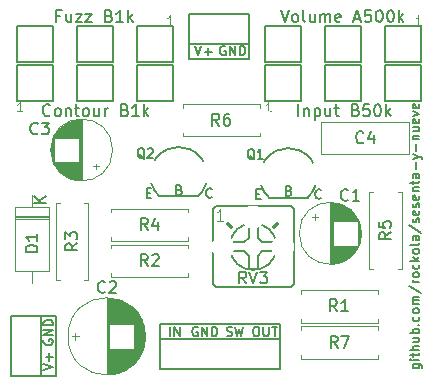
<source format=gto>
%TF.GenerationSoftware,KiCad,Pcbnew,(5.99.0-7619-gacfbcb4beb)*%
%TF.CreationDate,2020-12-17T10:45:10+02:00*%
%TF.ProjectId,sesenta-y-nueve,73657365-6e74-4612-9d79-2d6e75657665,rev?*%
%TF.SameCoordinates,Original*%
%TF.FileFunction,Legend,Top*%
%TF.FilePolarity,Positive*%
%FSLAX46Y46*%
G04 Gerber Fmt 4.6, Leading zero omitted, Abs format (unit mm)*
G04 Created by KiCad (PCBNEW (5.99.0-7619-gacfbcb4beb)) date 2020-12-17 10:45:10*
%MOMM*%
%LPD*%
G01*
G04 APERTURE LIST*
%ADD10C,0.127000*%
%ADD11C,0.150000*%
%ADD12C,0.097536*%
%ADD13C,0.081280*%
%ADD14C,0.120000*%
%ADD15C,0.152400*%
%ADD16C,0.304800*%
%ADD17R,2.540000X2.540000*%
%ADD18O,2.540000X2.540000*%
%ADD19R,1.930400X1.930400*%
%ADD20O,1.930400X1.930400*%
%ADD21C,1.600000*%
%ADD22O,1.600000X1.600000*%
%ADD23R,2.200000X2.200000*%
%ADD24O,2.200000X2.200000*%
%ADD25R,1.600000X1.600000*%
%ADD26R,1.800000X1.800000*%
%ADD27C,1.800000*%
G04 APERTURE END LIST*
D10*
X155953571Y-114027142D02*
X156601190Y-114027142D01*
X156677380Y-114064285D01*
X156715476Y-114101428D01*
X156753571Y-114175714D01*
X156753571Y-114287142D01*
X156715476Y-114361428D01*
X156448809Y-114027142D02*
X156486904Y-114101428D01*
X156486904Y-114250000D01*
X156448809Y-114324285D01*
X156410714Y-114361428D01*
X156334523Y-114398571D01*
X156105952Y-114398571D01*
X156029761Y-114361428D01*
X155991666Y-114324285D01*
X155953571Y-114250000D01*
X155953571Y-114101428D01*
X155991666Y-114027142D01*
X156486904Y-113655714D02*
X155953571Y-113655714D01*
X155686904Y-113655714D02*
X155725000Y-113692857D01*
X155763095Y-113655714D01*
X155725000Y-113618571D01*
X155686904Y-113655714D01*
X155763095Y-113655714D01*
X155953571Y-113395714D02*
X155953571Y-113098571D01*
X155686904Y-113284285D02*
X156372619Y-113284285D01*
X156448809Y-113247142D01*
X156486904Y-113172857D01*
X156486904Y-113098571D01*
X156486904Y-112838571D02*
X155686904Y-112838571D01*
X156486904Y-112504285D02*
X156067857Y-112504285D01*
X155991666Y-112541428D01*
X155953571Y-112615714D01*
X155953571Y-112727142D01*
X155991666Y-112801428D01*
X156029761Y-112838571D01*
X155953571Y-111798571D02*
X156486904Y-111798571D01*
X155953571Y-112132857D02*
X156372619Y-112132857D01*
X156448809Y-112095714D01*
X156486904Y-112021428D01*
X156486904Y-111910000D01*
X156448809Y-111835714D01*
X156410714Y-111798571D01*
X156486904Y-111427142D02*
X155686904Y-111427142D01*
X155991666Y-111427142D02*
X155953571Y-111352857D01*
X155953571Y-111204285D01*
X155991666Y-111130000D01*
X156029761Y-111092857D01*
X156105952Y-111055714D01*
X156334523Y-111055714D01*
X156410714Y-111092857D01*
X156448809Y-111130000D01*
X156486904Y-111204285D01*
X156486904Y-111352857D01*
X156448809Y-111427142D01*
X156410714Y-110721428D02*
X156448809Y-110684285D01*
X156486904Y-110721428D01*
X156448809Y-110758571D01*
X156410714Y-110721428D01*
X156486904Y-110721428D01*
X156448809Y-110015714D02*
X156486904Y-110090000D01*
X156486904Y-110238571D01*
X156448809Y-110312857D01*
X156410714Y-110350000D01*
X156334523Y-110387142D01*
X156105952Y-110387142D01*
X156029761Y-110350000D01*
X155991666Y-110312857D01*
X155953571Y-110238571D01*
X155953571Y-110090000D01*
X155991666Y-110015714D01*
X156486904Y-109570000D02*
X156448809Y-109644285D01*
X156410714Y-109681428D01*
X156334523Y-109718571D01*
X156105952Y-109718571D01*
X156029761Y-109681428D01*
X155991666Y-109644285D01*
X155953571Y-109570000D01*
X155953571Y-109458571D01*
X155991666Y-109384285D01*
X156029761Y-109347142D01*
X156105952Y-109310000D01*
X156334523Y-109310000D01*
X156410714Y-109347142D01*
X156448809Y-109384285D01*
X156486904Y-109458571D01*
X156486904Y-109570000D01*
X156486904Y-108975714D02*
X155953571Y-108975714D01*
X156029761Y-108975714D02*
X155991666Y-108938571D01*
X155953571Y-108864285D01*
X155953571Y-108752857D01*
X155991666Y-108678571D01*
X156067857Y-108641428D01*
X156486904Y-108641428D01*
X156067857Y-108641428D02*
X155991666Y-108604285D01*
X155953571Y-108530000D01*
X155953571Y-108418571D01*
X155991666Y-108344285D01*
X156067857Y-108307142D01*
X156486904Y-108307142D01*
X155648809Y-107378571D02*
X156677380Y-108047142D01*
X156486904Y-107118571D02*
X155953571Y-107118571D01*
X156105952Y-107118571D02*
X156029761Y-107081428D01*
X155991666Y-107044285D01*
X155953571Y-106970000D01*
X155953571Y-106895714D01*
X156486904Y-106524285D02*
X156448809Y-106598571D01*
X156410714Y-106635714D01*
X156334523Y-106672857D01*
X156105952Y-106672857D01*
X156029761Y-106635714D01*
X155991666Y-106598571D01*
X155953571Y-106524285D01*
X155953571Y-106412857D01*
X155991666Y-106338571D01*
X156029761Y-106301428D01*
X156105952Y-106264285D01*
X156334523Y-106264285D01*
X156410714Y-106301428D01*
X156448809Y-106338571D01*
X156486904Y-106412857D01*
X156486904Y-106524285D01*
X156448809Y-105595714D02*
X156486904Y-105670000D01*
X156486904Y-105818571D01*
X156448809Y-105892857D01*
X156410714Y-105930000D01*
X156334523Y-105967142D01*
X156105952Y-105967142D01*
X156029761Y-105930000D01*
X155991666Y-105892857D01*
X155953571Y-105818571D01*
X155953571Y-105670000D01*
X155991666Y-105595714D01*
X156486904Y-105261428D02*
X155686904Y-105261428D01*
X156182142Y-105187142D02*
X156486904Y-104964285D01*
X155953571Y-104964285D02*
X156258333Y-105261428D01*
X156486904Y-104518571D02*
X156448809Y-104592857D01*
X156410714Y-104630000D01*
X156334523Y-104667142D01*
X156105952Y-104667142D01*
X156029761Y-104630000D01*
X155991666Y-104592857D01*
X155953571Y-104518571D01*
X155953571Y-104407142D01*
X155991666Y-104332857D01*
X156029761Y-104295714D01*
X156105952Y-104258571D01*
X156334523Y-104258571D01*
X156410714Y-104295714D01*
X156448809Y-104332857D01*
X156486904Y-104407142D01*
X156486904Y-104518571D01*
X156486904Y-103812857D02*
X156448809Y-103887142D01*
X156372619Y-103924285D01*
X155686904Y-103924285D01*
X156486904Y-103181428D02*
X156067857Y-103181428D01*
X155991666Y-103218571D01*
X155953571Y-103292857D01*
X155953571Y-103441428D01*
X155991666Y-103515714D01*
X156448809Y-103181428D02*
X156486904Y-103255714D01*
X156486904Y-103441428D01*
X156448809Y-103515714D01*
X156372619Y-103552857D01*
X156296428Y-103552857D01*
X156220238Y-103515714D01*
X156182142Y-103441428D01*
X156182142Y-103255714D01*
X156144047Y-103181428D01*
X155648809Y-102252857D02*
X156677380Y-102921428D01*
X156448809Y-102030000D02*
X156486904Y-101955714D01*
X156486904Y-101807142D01*
X156448809Y-101732857D01*
X156372619Y-101695714D01*
X156334523Y-101695714D01*
X156258333Y-101732857D01*
X156220238Y-101807142D01*
X156220238Y-101918571D01*
X156182142Y-101992857D01*
X156105952Y-102030000D01*
X156067857Y-102030000D01*
X155991666Y-101992857D01*
X155953571Y-101918571D01*
X155953571Y-101807142D01*
X155991666Y-101732857D01*
X156448809Y-101064285D02*
X156486904Y-101138571D01*
X156486904Y-101287142D01*
X156448809Y-101361428D01*
X156372619Y-101398571D01*
X156067857Y-101398571D01*
X155991666Y-101361428D01*
X155953571Y-101287142D01*
X155953571Y-101138571D01*
X155991666Y-101064285D01*
X156067857Y-101027142D01*
X156144047Y-101027142D01*
X156220238Y-101398571D01*
X156448809Y-100730000D02*
X156486904Y-100655714D01*
X156486904Y-100507142D01*
X156448809Y-100432857D01*
X156372619Y-100395714D01*
X156334523Y-100395714D01*
X156258333Y-100432857D01*
X156220238Y-100507142D01*
X156220238Y-100618571D01*
X156182142Y-100692857D01*
X156105952Y-100730000D01*
X156067857Y-100730000D01*
X155991666Y-100692857D01*
X155953571Y-100618571D01*
X155953571Y-100507142D01*
X155991666Y-100432857D01*
X156448809Y-99764285D02*
X156486904Y-99838571D01*
X156486904Y-99987142D01*
X156448809Y-100061428D01*
X156372619Y-100098571D01*
X156067857Y-100098571D01*
X155991666Y-100061428D01*
X155953571Y-99987142D01*
X155953571Y-99838571D01*
X155991666Y-99764285D01*
X156067857Y-99727142D01*
X156144047Y-99727142D01*
X156220238Y-100098571D01*
X155953571Y-99392857D02*
X156486904Y-99392857D01*
X156029761Y-99392857D02*
X155991666Y-99355714D01*
X155953571Y-99281428D01*
X155953571Y-99170000D01*
X155991666Y-99095714D01*
X156067857Y-99058571D01*
X156486904Y-99058571D01*
X155953571Y-98798571D02*
X155953571Y-98501428D01*
X155686904Y-98687142D02*
X156372619Y-98687142D01*
X156448809Y-98650000D01*
X156486904Y-98575714D01*
X156486904Y-98501428D01*
X156486904Y-97907142D02*
X156067857Y-97907142D01*
X155991666Y-97944285D01*
X155953571Y-98018571D01*
X155953571Y-98167142D01*
X155991666Y-98241428D01*
X156448809Y-97907142D02*
X156486904Y-97981428D01*
X156486904Y-98167142D01*
X156448809Y-98241428D01*
X156372619Y-98278571D01*
X156296428Y-98278571D01*
X156220238Y-98241428D01*
X156182142Y-98167142D01*
X156182142Y-97981428D01*
X156144047Y-97907142D01*
X156182142Y-97535714D02*
X156182142Y-96941428D01*
X155953571Y-96644285D02*
X156486904Y-96458571D01*
X155953571Y-96272857D02*
X156486904Y-96458571D01*
X156677380Y-96532857D01*
X156715476Y-96570000D01*
X156753571Y-96644285D01*
X156182142Y-95975714D02*
X156182142Y-95381428D01*
X155953571Y-95010000D02*
X156486904Y-95010000D01*
X156029761Y-95010000D02*
X155991666Y-94972857D01*
X155953571Y-94898571D01*
X155953571Y-94787142D01*
X155991666Y-94712857D01*
X156067857Y-94675714D01*
X156486904Y-94675714D01*
X155953571Y-93970000D02*
X156486904Y-93970000D01*
X155953571Y-94304285D02*
X156372619Y-94304285D01*
X156448809Y-94267142D01*
X156486904Y-94192857D01*
X156486904Y-94081428D01*
X156448809Y-94007142D01*
X156410714Y-93970000D01*
X156448809Y-93301428D02*
X156486904Y-93375714D01*
X156486904Y-93524285D01*
X156448809Y-93598571D01*
X156372619Y-93635714D01*
X156067857Y-93635714D01*
X155991666Y-93598571D01*
X155953571Y-93524285D01*
X155953571Y-93375714D01*
X155991666Y-93301428D01*
X156067857Y-93264285D01*
X156144047Y-93264285D01*
X156220238Y-93635714D01*
X155953571Y-93004285D02*
X156486904Y-92818571D01*
X155953571Y-92632857D01*
X156448809Y-92038571D02*
X156486904Y-92112857D01*
X156486904Y-92261428D01*
X156448809Y-92335714D01*
X156372619Y-92372857D01*
X156067857Y-92372857D01*
X155991666Y-92335714D01*
X155953571Y-92261428D01*
X155953571Y-92112857D01*
X155991666Y-92038571D01*
X156067857Y-92001428D01*
X156144047Y-92001428D01*
X156220238Y-92372857D01*
D11*
%TO.C,RV5*%
X144768404Y-84062880D02*
X145101738Y-85062880D01*
X145435071Y-84062880D01*
X145911261Y-85062880D02*
X145816023Y-85015261D01*
X145768404Y-84967642D01*
X145720785Y-84872404D01*
X145720785Y-84586690D01*
X145768404Y-84491452D01*
X145816023Y-84443833D01*
X145911261Y-84396214D01*
X146054119Y-84396214D01*
X146149357Y-84443833D01*
X146196976Y-84491452D01*
X146244595Y-84586690D01*
X146244595Y-84872404D01*
X146196976Y-84967642D01*
X146149357Y-85015261D01*
X146054119Y-85062880D01*
X145911261Y-85062880D01*
X146816023Y-85062880D02*
X146720785Y-85015261D01*
X146673166Y-84920023D01*
X146673166Y-84062880D01*
X147625547Y-84396214D02*
X147625547Y-85062880D01*
X147196976Y-84396214D02*
X147196976Y-84920023D01*
X147244595Y-85015261D01*
X147339833Y-85062880D01*
X147482690Y-85062880D01*
X147577928Y-85015261D01*
X147625547Y-84967642D01*
X148101738Y-85062880D02*
X148101738Y-84396214D01*
X148101738Y-84491452D02*
X148149357Y-84443833D01*
X148244595Y-84396214D01*
X148387452Y-84396214D01*
X148482690Y-84443833D01*
X148530309Y-84539071D01*
X148530309Y-85062880D01*
X148530309Y-84539071D02*
X148577928Y-84443833D01*
X148673166Y-84396214D01*
X148816023Y-84396214D01*
X148911261Y-84443833D01*
X148958880Y-84539071D01*
X148958880Y-85062880D01*
X149816023Y-85015261D02*
X149720785Y-85062880D01*
X149530309Y-85062880D01*
X149435071Y-85015261D01*
X149387452Y-84920023D01*
X149387452Y-84539071D01*
X149435071Y-84443833D01*
X149530309Y-84396214D01*
X149720785Y-84396214D01*
X149816023Y-84443833D01*
X149863642Y-84539071D01*
X149863642Y-84634309D01*
X149387452Y-84729547D01*
X151006500Y-84777166D02*
X151482690Y-84777166D01*
X150911261Y-85062880D02*
X151244595Y-84062880D01*
X151577928Y-85062880D01*
X152387452Y-84062880D02*
X151911261Y-84062880D01*
X151863642Y-84539071D01*
X151911261Y-84491452D01*
X152006500Y-84443833D01*
X152244595Y-84443833D01*
X152339833Y-84491452D01*
X152387452Y-84539071D01*
X152435071Y-84634309D01*
X152435071Y-84872404D01*
X152387452Y-84967642D01*
X152339833Y-85015261D01*
X152244595Y-85062880D01*
X152006500Y-85062880D01*
X151911261Y-85015261D01*
X151863642Y-84967642D01*
X153054119Y-84062880D02*
X153149357Y-84062880D01*
X153244595Y-84110500D01*
X153292214Y-84158119D01*
X153339833Y-84253357D01*
X153387452Y-84443833D01*
X153387452Y-84681928D01*
X153339833Y-84872404D01*
X153292214Y-84967642D01*
X153244595Y-85015261D01*
X153149357Y-85062880D01*
X153054119Y-85062880D01*
X152958880Y-85015261D01*
X152911261Y-84967642D01*
X152863642Y-84872404D01*
X152816023Y-84681928D01*
X152816023Y-84443833D01*
X152863642Y-84253357D01*
X152911261Y-84158119D01*
X152958880Y-84110500D01*
X153054119Y-84062880D01*
X154006500Y-84062880D02*
X154101738Y-84062880D01*
X154196976Y-84110500D01*
X154244595Y-84158119D01*
X154292214Y-84253357D01*
X154339833Y-84443833D01*
X154339833Y-84681928D01*
X154292214Y-84872404D01*
X154244595Y-84967642D01*
X154196976Y-85015261D01*
X154101738Y-85062880D01*
X154006500Y-85062880D01*
X153911261Y-85015261D01*
X153863642Y-84967642D01*
X153816023Y-84872404D01*
X153768404Y-84681928D01*
X153768404Y-84443833D01*
X153816023Y-84253357D01*
X153863642Y-84158119D01*
X153911261Y-84110500D01*
X154006500Y-84062880D01*
X154768404Y-85062880D02*
X154768404Y-84062880D01*
X154863642Y-84681928D02*
X155149357Y-85062880D01*
X155149357Y-84396214D02*
X154768404Y-84777166D01*
D12*
X156640617Y-85277310D02*
X156199382Y-85277310D01*
X156420000Y-85277310D02*
X156420000Y-84505150D01*
X156346460Y-84615459D01*
X156272921Y-84688998D01*
X156199382Y-84725767D01*
D11*
%TO.C,J2*%
X124666904Y-114531904D02*
X125466904Y-114265238D01*
X124666904Y-113998571D01*
X125162142Y-113731904D02*
X125162142Y-113122380D01*
X125466904Y-113427142D02*
X124857380Y-113427142D01*
X124705000Y-111966523D02*
X124666904Y-112042714D01*
X124666904Y-112157000D01*
X124705000Y-112271285D01*
X124781190Y-112347476D01*
X124857380Y-112385571D01*
X125009761Y-112423666D01*
X125124047Y-112423666D01*
X125276428Y-112385571D01*
X125352619Y-112347476D01*
X125428809Y-112271285D01*
X125466904Y-112157000D01*
X125466904Y-112080809D01*
X125428809Y-111966523D01*
X125390714Y-111928428D01*
X125124047Y-111928428D01*
X125124047Y-112080809D01*
X125466904Y-111585571D02*
X124666904Y-111585571D01*
X125466904Y-111128428D01*
X124666904Y-111128428D01*
X125466904Y-110747476D02*
X124666904Y-110747476D01*
X124666904Y-110557000D01*
X124705000Y-110442714D01*
X124781190Y-110366523D01*
X124857380Y-110328428D01*
X125009761Y-110290333D01*
X125124047Y-110290333D01*
X125276428Y-110328428D01*
X125352619Y-110366523D01*
X125428809Y-110442714D01*
X125466904Y-110557000D01*
X125466904Y-110747476D01*
%TO.C,R4*%
X133493333Y-102677380D02*
X133160000Y-102201190D01*
X132921904Y-102677380D02*
X132921904Y-101677380D01*
X133302857Y-101677380D01*
X133398095Y-101725000D01*
X133445714Y-101772619D01*
X133493333Y-101867857D01*
X133493333Y-102010714D01*
X133445714Y-102105952D01*
X133398095Y-102153571D01*
X133302857Y-102201190D01*
X132921904Y-102201190D01*
X134350476Y-102010714D02*
X134350476Y-102677380D01*
X134112380Y-101629761D02*
X133874285Y-102344047D01*
X134493333Y-102344047D01*
%TO.C,RV2*%
X126075547Y-84539071D02*
X125742214Y-84539071D01*
X125742214Y-85062880D02*
X125742214Y-84062880D01*
X126218404Y-84062880D01*
X127027928Y-84396214D02*
X127027928Y-85062880D01*
X126599357Y-84396214D02*
X126599357Y-84920023D01*
X126646976Y-85015261D01*
X126742214Y-85062880D01*
X126885071Y-85062880D01*
X126980309Y-85015261D01*
X127027928Y-84967642D01*
X127408880Y-84396214D02*
X127932690Y-84396214D01*
X127408880Y-85062880D01*
X127932690Y-85062880D01*
X128218404Y-84396214D02*
X128742214Y-84396214D01*
X128218404Y-85062880D01*
X128742214Y-85062880D01*
X130218404Y-84539071D02*
X130361261Y-84586690D01*
X130408880Y-84634309D01*
X130456500Y-84729547D01*
X130456500Y-84872404D01*
X130408880Y-84967642D01*
X130361261Y-85015261D01*
X130266023Y-85062880D01*
X129885071Y-85062880D01*
X129885071Y-84062880D01*
X130218404Y-84062880D01*
X130313642Y-84110500D01*
X130361261Y-84158119D01*
X130408880Y-84253357D01*
X130408880Y-84348595D01*
X130361261Y-84443833D01*
X130313642Y-84491452D01*
X130218404Y-84539071D01*
X129885071Y-84539071D01*
X131408880Y-85062880D02*
X130837452Y-85062880D01*
X131123166Y-85062880D02*
X131123166Y-84062880D01*
X131027928Y-84205738D01*
X130932690Y-84300976D01*
X130837452Y-84348595D01*
X131837452Y-85062880D02*
X131837452Y-84062880D01*
X131932690Y-84681928D02*
X132218404Y-85062880D01*
X132218404Y-84396214D02*
X131837452Y-84777166D01*
D12*
X135590617Y-85277310D02*
X135149382Y-85277310D01*
X135370000Y-85277310D02*
X135370000Y-84505150D01*
X135296460Y-84615459D01*
X135222921Y-84688998D01*
X135149382Y-84725767D01*
D11*
%TO.C,J1*%
X142610000Y-110856904D02*
X142762380Y-110856904D01*
X142838571Y-110895000D01*
X142914761Y-110971190D01*
X142952857Y-111123571D01*
X142952857Y-111390238D01*
X142914761Y-111542619D01*
X142838571Y-111618809D01*
X142762380Y-111656904D01*
X142610000Y-111656904D01*
X142533809Y-111618809D01*
X142457619Y-111542619D01*
X142419523Y-111390238D01*
X142419523Y-111123571D01*
X142457619Y-110971190D01*
X142533809Y-110895000D01*
X142610000Y-110856904D01*
X143295714Y-110856904D02*
X143295714Y-111504523D01*
X143333809Y-111580714D01*
X143371904Y-111618809D01*
X143448095Y-111656904D01*
X143600476Y-111656904D01*
X143676666Y-111618809D01*
X143714761Y-111580714D01*
X143752857Y-111504523D01*
X143752857Y-110856904D01*
X144019523Y-110856904D02*
X144476666Y-110856904D01*
X144248095Y-111656904D02*
X144248095Y-110856904D01*
X140184285Y-111618809D02*
X140298571Y-111656904D01*
X140489047Y-111656904D01*
X140565238Y-111618809D01*
X140603333Y-111580714D01*
X140641428Y-111504523D01*
X140641428Y-111428333D01*
X140603333Y-111352142D01*
X140565238Y-111314047D01*
X140489047Y-111275952D01*
X140336666Y-111237857D01*
X140260476Y-111199761D01*
X140222380Y-111161666D01*
X140184285Y-111085476D01*
X140184285Y-111009285D01*
X140222380Y-110933095D01*
X140260476Y-110895000D01*
X140336666Y-110856904D01*
X140527142Y-110856904D01*
X140641428Y-110895000D01*
X140908095Y-110856904D02*
X141098571Y-111656904D01*
X141250952Y-111085476D01*
X141403333Y-111656904D01*
X141593809Y-110856904D01*
X137720476Y-110895000D02*
X137644285Y-110856904D01*
X137530000Y-110856904D01*
X137415714Y-110895000D01*
X137339523Y-110971190D01*
X137301428Y-111047380D01*
X137263333Y-111199761D01*
X137263333Y-111314047D01*
X137301428Y-111466428D01*
X137339523Y-111542619D01*
X137415714Y-111618809D01*
X137530000Y-111656904D01*
X137606190Y-111656904D01*
X137720476Y-111618809D01*
X137758571Y-111580714D01*
X137758571Y-111314047D01*
X137606190Y-111314047D01*
X138101428Y-111656904D02*
X138101428Y-110856904D01*
X138558571Y-111656904D01*
X138558571Y-110856904D01*
X138939523Y-111656904D02*
X138939523Y-110856904D01*
X139130000Y-110856904D01*
X139244285Y-110895000D01*
X139320476Y-110971190D01*
X139358571Y-111047380D01*
X139396666Y-111199761D01*
X139396666Y-111314047D01*
X139358571Y-111466428D01*
X139320476Y-111542619D01*
X139244285Y-111618809D01*
X139130000Y-111656904D01*
X138939523Y-111656904D01*
X135370952Y-111656904D02*
X135370952Y-110856904D01*
X135751904Y-111656904D02*
X135751904Y-110856904D01*
X136209047Y-111656904D01*
X136209047Y-110856904D01*
%TO.C,RV1*%
X146252547Y-93031880D02*
X146252547Y-92031880D01*
X146728738Y-92365214D02*
X146728738Y-93031880D01*
X146728738Y-92460452D02*
X146776357Y-92412833D01*
X146871595Y-92365214D01*
X147014452Y-92365214D01*
X147109690Y-92412833D01*
X147157309Y-92508071D01*
X147157309Y-93031880D01*
X147633500Y-92365214D02*
X147633500Y-93365214D01*
X147633500Y-92412833D02*
X147728738Y-92365214D01*
X147919214Y-92365214D01*
X148014452Y-92412833D01*
X148062071Y-92460452D01*
X148109690Y-92555690D01*
X148109690Y-92841404D01*
X148062071Y-92936642D01*
X148014452Y-92984261D01*
X147919214Y-93031880D01*
X147728738Y-93031880D01*
X147633500Y-92984261D01*
X148966833Y-92365214D02*
X148966833Y-93031880D01*
X148538261Y-92365214D02*
X148538261Y-92889023D01*
X148585880Y-92984261D01*
X148681119Y-93031880D01*
X148823976Y-93031880D01*
X148919214Y-92984261D01*
X148966833Y-92936642D01*
X149300166Y-92365214D02*
X149681119Y-92365214D01*
X149443023Y-92031880D02*
X149443023Y-92889023D01*
X149490642Y-92984261D01*
X149585880Y-93031880D01*
X149681119Y-93031880D01*
X151109690Y-92508071D02*
X151252547Y-92555690D01*
X151300166Y-92603309D01*
X151347785Y-92698547D01*
X151347785Y-92841404D01*
X151300166Y-92936642D01*
X151252547Y-92984261D01*
X151157309Y-93031880D01*
X150776357Y-93031880D01*
X150776357Y-92031880D01*
X151109690Y-92031880D01*
X151204928Y-92079500D01*
X151252547Y-92127119D01*
X151300166Y-92222357D01*
X151300166Y-92317595D01*
X151252547Y-92412833D01*
X151204928Y-92460452D01*
X151109690Y-92508071D01*
X150776357Y-92508071D01*
X152252547Y-92031880D02*
X151776357Y-92031880D01*
X151728738Y-92508071D01*
X151776357Y-92460452D01*
X151871595Y-92412833D01*
X152109690Y-92412833D01*
X152204928Y-92460452D01*
X152252547Y-92508071D01*
X152300166Y-92603309D01*
X152300166Y-92841404D01*
X152252547Y-92936642D01*
X152204928Y-92984261D01*
X152109690Y-93031880D01*
X151871595Y-93031880D01*
X151776357Y-92984261D01*
X151728738Y-92936642D01*
X152919214Y-92031880D02*
X153014452Y-92031880D01*
X153109690Y-92079500D01*
X153157309Y-92127119D01*
X153204928Y-92222357D01*
X153252547Y-92412833D01*
X153252547Y-92650928D01*
X153204928Y-92841404D01*
X153157309Y-92936642D01*
X153109690Y-92984261D01*
X153014452Y-93031880D01*
X152919214Y-93031880D01*
X152823976Y-92984261D01*
X152776357Y-92936642D01*
X152728738Y-92841404D01*
X152681119Y-92650928D01*
X152681119Y-92412833D01*
X152728738Y-92222357D01*
X152776357Y-92127119D01*
X152823976Y-92079500D01*
X152919214Y-92031880D01*
X153681119Y-93031880D02*
X153681119Y-92031880D01*
X153776357Y-92650928D02*
X154062071Y-93031880D01*
X154062071Y-92365214D02*
X153681119Y-92746166D01*
D12*
X143940617Y-92611310D02*
X143499382Y-92611310D01*
X143720000Y-92611310D02*
X143720000Y-91839150D01*
X143646460Y-91949459D01*
X143572921Y-92022998D01*
X143499382Y-92059767D01*
D11*
%TO.C,J3*%
X140073476Y-87135000D02*
X139997285Y-87096904D01*
X139883000Y-87096904D01*
X139768714Y-87135000D01*
X139692523Y-87211190D01*
X139654428Y-87287380D01*
X139616333Y-87439761D01*
X139616333Y-87554047D01*
X139654428Y-87706428D01*
X139692523Y-87782619D01*
X139768714Y-87858809D01*
X139883000Y-87896904D01*
X139959190Y-87896904D01*
X140073476Y-87858809D01*
X140111571Y-87820714D01*
X140111571Y-87554047D01*
X139959190Y-87554047D01*
X140454428Y-87896904D02*
X140454428Y-87096904D01*
X140911571Y-87896904D01*
X140911571Y-87096904D01*
X141292523Y-87896904D02*
X141292523Y-87096904D01*
X141483000Y-87096904D01*
X141597285Y-87135000D01*
X141673476Y-87211190D01*
X141711571Y-87287380D01*
X141749666Y-87439761D01*
X141749666Y-87554047D01*
X141711571Y-87706428D01*
X141673476Y-87782619D01*
X141597285Y-87858809D01*
X141483000Y-87896904D01*
X141292523Y-87896904D01*
X137508095Y-87096904D02*
X137774761Y-87896904D01*
X138041428Y-87096904D01*
X138308095Y-87592142D02*
X138917619Y-87592142D01*
X138612857Y-87896904D02*
X138612857Y-87287380D01*
%TO.C,R7*%
X149568333Y-112652380D02*
X149235000Y-112176190D01*
X148996904Y-112652380D02*
X148996904Y-111652380D01*
X149377857Y-111652380D01*
X149473095Y-111700000D01*
X149520714Y-111747619D01*
X149568333Y-111842857D01*
X149568333Y-111985714D01*
X149520714Y-112080952D01*
X149473095Y-112128571D01*
X149377857Y-112176190D01*
X148996904Y-112176190D01*
X149901666Y-111652380D02*
X150568333Y-111652380D01*
X150139761Y-112652380D01*
%TO.C,D1*%
X124152380Y-104518095D02*
X123152380Y-104518095D01*
X123152380Y-104280000D01*
X123200000Y-104137142D01*
X123295238Y-104041904D01*
X123390476Y-103994285D01*
X123580952Y-103946666D01*
X123723809Y-103946666D01*
X123914285Y-103994285D01*
X124009523Y-104041904D01*
X124104761Y-104137142D01*
X124152380Y-104280000D01*
X124152380Y-104518095D01*
X124152380Y-102994285D02*
X124152380Y-103565714D01*
X124152380Y-103280000D02*
X123152380Y-103280000D01*
X123295238Y-103375238D01*
X123390476Y-103470476D01*
X123438095Y-103565714D01*
X124892380Y-100391904D02*
X123892380Y-100391904D01*
X124892380Y-99820476D02*
X124320952Y-100249047D01*
X123892380Y-99820476D02*
X124463809Y-100391904D01*
%TO.C,R5*%
X154077380Y-102876666D02*
X153601190Y-103210000D01*
X154077380Y-103448095D02*
X153077380Y-103448095D01*
X153077380Y-103067142D01*
X153125000Y-102971904D01*
X153172619Y-102924285D01*
X153267857Y-102876666D01*
X153410714Y-102876666D01*
X153505952Y-102924285D01*
X153553571Y-102971904D01*
X153601190Y-103067142D01*
X153601190Y-103448095D01*
X153077380Y-101971904D02*
X153077380Y-102448095D01*
X153553571Y-102495714D01*
X153505952Y-102448095D01*
X153458333Y-102352857D01*
X153458333Y-102114761D01*
X153505952Y-102019523D01*
X153553571Y-101971904D01*
X153648809Y-101924285D01*
X153886904Y-101924285D01*
X153982142Y-101971904D01*
X154029761Y-102019523D01*
X154077380Y-102114761D01*
X154077380Y-102352857D01*
X154029761Y-102448095D01*
X153982142Y-102495714D01*
%TO.C,R2*%
X133498333Y-105727380D02*
X133165000Y-105251190D01*
X132926904Y-105727380D02*
X132926904Y-104727380D01*
X133307857Y-104727380D01*
X133403095Y-104775000D01*
X133450714Y-104822619D01*
X133498333Y-104917857D01*
X133498333Y-105060714D01*
X133450714Y-105155952D01*
X133403095Y-105203571D01*
X133307857Y-105251190D01*
X132926904Y-105251190D01*
X133879285Y-104822619D02*
X133926904Y-104775000D01*
X134022142Y-104727380D01*
X134260238Y-104727380D01*
X134355476Y-104775000D01*
X134403095Y-104822619D01*
X134450714Y-104917857D01*
X134450714Y-105013095D01*
X134403095Y-105155952D01*
X133831666Y-105727380D01*
X134450714Y-105727380D01*
%TO.C,C3*%
X124193333Y-94487142D02*
X124145714Y-94534761D01*
X124002857Y-94582380D01*
X123907619Y-94582380D01*
X123764761Y-94534761D01*
X123669523Y-94439523D01*
X123621904Y-94344285D01*
X123574285Y-94153809D01*
X123574285Y-94010952D01*
X123621904Y-93820476D01*
X123669523Y-93725238D01*
X123764761Y-93630000D01*
X123907619Y-93582380D01*
X124002857Y-93582380D01*
X124145714Y-93630000D01*
X124193333Y-93677619D01*
X124526666Y-93582380D02*
X125145714Y-93582380D01*
X124812380Y-93963333D01*
X124955238Y-93963333D01*
X125050476Y-94010952D01*
X125098095Y-94058571D01*
X125145714Y-94153809D01*
X125145714Y-94391904D01*
X125098095Y-94487142D01*
X125050476Y-94534761D01*
X124955238Y-94582380D01*
X124669523Y-94582380D01*
X124574285Y-94534761D01*
X124526666Y-94487142D01*
%TO.C,RV4*%
X125226357Y-92936642D02*
X125178738Y-92984261D01*
X125035880Y-93031880D01*
X124940642Y-93031880D01*
X124797785Y-92984261D01*
X124702547Y-92889023D01*
X124654928Y-92793785D01*
X124607309Y-92603309D01*
X124607309Y-92460452D01*
X124654928Y-92269976D01*
X124702547Y-92174738D01*
X124797785Y-92079500D01*
X124940642Y-92031880D01*
X125035880Y-92031880D01*
X125178738Y-92079500D01*
X125226357Y-92127119D01*
X125797785Y-93031880D02*
X125702547Y-92984261D01*
X125654928Y-92936642D01*
X125607309Y-92841404D01*
X125607309Y-92555690D01*
X125654928Y-92460452D01*
X125702547Y-92412833D01*
X125797785Y-92365214D01*
X125940642Y-92365214D01*
X126035880Y-92412833D01*
X126083500Y-92460452D01*
X126131119Y-92555690D01*
X126131119Y-92841404D01*
X126083500Y-92936642D01*
X126035880Y-92984261D01*
X125940642Y-93031880D01*
X125797785Y-93031880D01*
X126559690Y-92365214D02*
X126559690Y-93031880D01*
X126559690Y-92460452D02*
X126607309Y-92412833D01*
X126702547Y-92365214D01*
X126845404Y-92365214D01*
X126940642Y-92412833D01*
X126988261Y-92508071D01*
X126988261Y-93031880D01*
X127321595Y-92365214D02*
X127702547Y-92365214D01*
X127464452Y-92031880D02*
X127464452Y-92889023D01*
X127512071Y-92984261D01*
X127607309Y-93031880D01*
X127702547Y-93031880D01*
X128178738Y-93031880D02*
X128083500Y-92984261D01*
X128035880Y-92936642D01*
X127988261Y-92841404D01*
X127988261Y-92555690D01*
X128035880Y-92460452D01*
X128083500Y-92412833D01*
X128178738Y-92365214D01*
X128321595Y-92365214D01*
X128416833Y-92412833D01*
X128464452Y-92460452D01*
X128512071Y-92555690D01*
X128512071Y-92841404D01*
X128464452Y-92936642D01*
X128416833Y-92984261D01*
X128321595Y-93031880D01*
X128178738Y-93031880D01*
X129369214Y-92365214D02*
X129369214Y-93031880D01*
X128940642Y-92365214D02*
X128940642Y-92889023D01*
X128988261Y-92984261D01*
X129083500Y-93031880D01*
X129226357Y-93031880D01*
X129321595Y-92984261D01*
X129369214Y-92936642D01*
X129845404Y-93031880D02*
X129845404Y-92365214D01*
X129845404Y-92555690D02*
X129893023Y-92460452D01*
X129940642Y-92412833D01*
X130035880Y-92365214D01*
X130131119Y-92365214D01*
X131559690Y-92508071D02*
X131702547Y-92555690D01*
X131750166Y-92603309D01*
X131797785Y-92698547D01*
X131797785Y-92841404D01*
X131750166Y-92936642D01*
X131702547Y-92984261D01*
X131607309Y-93031880D01*
X131226357Y-93031880D01*
X131226357Y-92031880D01*
X131559690Y-92031880D01*
X131654928Y-92079500D01*
X131702547Y-92127119D01*
X131750166Y-92222357D01*
X131750166Y-92317595D01*
X131702547Y-92412833D01*
X131654928Y-92460452D01*
X131559690Y-92508071D01*
X131226357Y-92508071D01*
X132750166Y-93031880D02*
X132178738Y-93031880D01*
X132464452Y-93031880D02*
X132464452Y-92031880D01*
X132369214Y-92174738D01*
X132273976Y-92269976D01*
X132178738Y-92317595D01*
X133178738Y-93031880D02*
X133178738Y-92031880D01*
X133273976Y-92650928D02*
X133559690Y-93031880D01*
X133559690Y-92365214D02*
X133178738Y-92746166D01*
D12*
X122890617Y-92611310D02*
X122449382Y-92611310D01*
X122670000Y-92611310D02*
X122670000Y-91839150D01*
X122596460Y-91949459D01*
X122522921Y-92022998D01*
X122449382Y-92059767D01*
D11*
%TO.C,RV3*%
X141829761Y-107194380D02*
X141496428Y-106718190D01*
X141258333Y-107194380D02*
X141258333Y-106194380D01*
X141639285Y-106194380D01*
X141734523Y-106242000D01*
X141782142Y-106289619D01*
X141829761Y-106384857D01*
X141829761Y-106527714D01*
X141782142Y-106622952D01*
X141734523Y-106670571D01*
X141639285Y-106718190D01*
X141258333Y-106718190D01*
X142115476Y-106194380D02*
X142448809Y-107194380D01*
X142782142Y-106194380D01*
X143020238Y-106194380D02*
X143639285Y-106194380D01*
X143305952Y-106575333D01*
X143448809Y-106575333D01*
X143544047Y-106622952D01*
X143591666Y-106670571D01*
X143639285Y-106765809D01*
X143639285Y-107003904D01*
X143591666Y-107099142D01*
X143544047Y-107146761D01*
X143448809Y-107194380D01*
X143163095Y-107194380D01*
X143067857Y-107146761D01*
X143020238Y-107099142D01*
D13*
X139911222Y-101870038D02*
X139359679Y-101870038D01*
X139635451Y-101870038D02*
X139635451Y-100904838D01*
X139543527Y-101042723D01*
X139451603Y-101134647D01*
X139359679Y-101180609D01*
D11*
%TO.C,C1*%
X150458333Y-100107142D02*
X150410714Y-100154761D01*
X150267857Y-100202380D01*
X150172619Y-100202380D01*
X150029761Y-100154761D01*
X149934523Y-100059523D01*
X149886904Y-99964285D01*
X149839285Y-99773809D01*
X149839285Y-99630952D01*
X149886904Y-99440476D01*
X149934523Y-99345238D01*
X150029761Y-99250000D01*
X150172619Y-99202380D01*
X150267857Y-99202380D01*
X150410714Y-99250000D01*
X150458333Y-99297619D01*
X151410714Y-100202380D02*
X150839285Y-100202380D01*
X151125000Y-100202380D02*
X151125000Y-99202380D01*
X151029761Y-99345238D01*
X150934523Y-99440476D01*
X150839285Y-99488095D01*
%TO.C,C2*%
X129883333Y-107907142D02*
X129835714Y-107954761D01*
X129692857Y-108002380D01*
X129597619Y-108002380D01*
X129454761Y-107954761D01*
X129359523Y-107859523D01*
X129311904Y-107764285D01*
X129264285Y-107573809D01*
X129264285Y-107430952D01*
X129311904Y-107240476D01*
X129359523Y-107145238D01*
X129454761Y-107050000D01*
X129597619Y-107002380D01*
X129692857Y-107002380D01*
X129835714Y-107050000D01*
X129883333Y-107097619D01*
X130264285Y-107097619D02*
X130311904Y-107050000D01*
X130407142Y-107002380D01*
X130645238Y-107002380D01*
X130740476Y-107050000D01*
X130788095Y-107097619D01*
X130835714Y-107192857D01*
X130835714Y-107288095D01*
X130788095Y-107430952D01*
X130216666Y-108002380D01*
X130835714Y-108002380D01*
%TO.C,R1*%
X149518333Y-109552380D02*
X149185000Y-109076190D01*
X148946904Y-109552380D02*
X148946904Y-108552380D01*
X149327857Y-108552380D01*
X149423095Y-108600000D01*
X149470714Y-108647619D01*
X149518333Y-108742857D01*
X149518333Y-108885714D01*
X149470714Y-108980952D01*
X149423095Y-109028571D01*
X149327857Y-109076190D01*
X148946904Y-109076190D01*
X150470714Y-109552380D02*
X149899285Y-109552380D01*
X150185000Y-109552380D02*
X150185000Y-108552380D01*
X150089761Y-108695238D01*
X149994523Y-108790476D01*
X149899285Y-108838095D01*
%TO.C,R3*%
X127527380Y-103806666D02*
X127051190Y-104140000D01*
X127527380Y-104378095D02*
X126527380Y-104378095D01*
X126527380Y-103997142D01*
X126575000Y-103901904D01*
X126622619Y-103854285D01*
X126717857Y-103806666D01*
X126860714Y-103806666D01*
X126955952Y-103854285D01*
X127003571Y-103901904D01*
X127051190Y-103997142D01*
X127051190Y-104378095D01*
X126527380Y-103473333D02*
X126527380Y-102854285D01*
X126908333Y-103187619D01*
X126908333Y-103044761D01*
X126955952Y-102949523D01*
X127003571Y-102901904D01*
X127098809Y-102854285D01*
X127336904Y-102854285D01*
X127432142Y-102901904D01*
X127479761Y-102949523D01*
X127527380Y-103044761D01*
X127527380Y-103330476D01*
X127479761Y-103425714D01*
X127432142Y-103473333D01*
%TO.C,Q1*%
X142536309Y-96698095D02*
X142460119Y-96660000D01*
X142383928Y-96583809D01*
X142269642Y-96469523D01*
X142193452Y-96431428D01*
X142117261Y-96431428D01*
X142155357Y-96621904D02*
X142079166Y-96583809D01*
X142002976Y-96507619D01*
X141964880Y-96355238D01*
X141964880Y-96088571D01*
X142002976Y-95936190D01*
X142079166Y-95860000D01*
X142155357Y-95821904D01*
X142307738Y-95821904D01*
X142383928Y-95860000D01*
X142460119Y-95936190D01*
X142498214Y-96088571D01*
X142498214Y-96355238D01*
X142460119Y-96507619D01*
X142383928Y-96583809D01*
X142307738Y-96621904D01*
X142155357Y-96621904D01*
X143260119Y-96621904D02*
X142802976Y-96621904D01*
X143031547Y-96621904D02*
X143031547Y-95821904D01*
X142955357Y-95936190D01*
X142879166Y-96012380D01*
X142802976Y-96050476D01*
X142688571Y-99620857D02*
X142955238Y-99620857D01*
X143069523Y-100039904D02*
X142688571Y-100039904D01*
X142688571Y-99239904D01*
X143069523Y-99239904D01*
X148187619Y-99963714D02*
X148149523Y-100001809D01*
X148035238Y-100039904D01*
X147959047Y-100039904D01*
X147844761Y-100001809D01*
X147768571Y-99925619D01*
X147730476Y-99849428D01*
X147692380Y-99697047D01*
X147692380Y-99582761D01*
X147730476Y-99430380D01*
X147768571Y-99354190D01*
X147844761Y-99278000D01*
X147959047Y-99239904D01*
X148035238Y-99239904D01*
X148149523Y-99278000D01*
X148187619Y-99316095D01*
X145457142Y-99366857D02*
X145571428Y-99404952D01*
X145609523Y-99443047D01*
X145647619Y-99519238D01*
X145647619Y-99633523D01*
X145609523Y-99709714D01*
X145571428Y-99747809D01*
X145495238Y-99785904D01*
X145190476Y-99785904D01*
X145190476Y-98985904D01*
X145457142Y-98985904D01*
X145533333Y-99024000D01*
X145571428Y-99062095D01*
X145609523Y-99138285D01*
X145609523Y-99214476D01*
X145571428Y-99290666D01*
X145533333Y-99328761D01*
X145457142Y-99366857D01*
X145190476Y-99366857D01*
%TO.C,C4*%
X151758333Y-95232142D02*
X151710714Y-95279761D01*
X151567857Y-95327380D01*
X151472619Y-95327380D01*
X151329761Y-95279761D01*
X151234523Y-95184523D01*
X151186904Y-95089285D01*
X151139285Y-94898809D01*
X151139285Y-94755952D01*
X151186904Y-94565476D01*
X151234523Y-94470238D01*
X151329761Y-94375000D01*
X151472619Y-94327380D01*
X151567857Y-94327380D01*
X151710714Y-94375000D01*
X151758333Y-94422619D01*
X152615476Y-94660714D02*
X152615476Y-95327380D01*
X152377380Y-94279761D02*
X152139285Y-94994047D01*
X152758333Y-94994047D01*
%TO.C,R6*%
X139553333Y-93832380D02*
X139220000Y-93356190D01*
X138981904Y-93832380D02*
X138981904Y-92832380D01*
X139362857Y-92832380D01*
X139458095Y-92880000D01*
X139505714Y-92927619D01*
X139553333Y-93022857D01*
X139553333Y-93165714D01*
X139505714Y-93260952D01*
X139458095Y-93308571D01*
X139362857Y-93356190D01*
X138981904Y-93356190D01*
X140410476Y-92832380D02*
X140220000Y-92832380D01*
X140124761Y-92880000D01*
X140077142Y-92927619D01*
X139981904Y-93070476D01*
X139934285Y-93260952D01*
X139934285Y-93641904D01*
X139981904Y-93737142D01*
X140029523Y-93784761D01*
X140124761Y-93832380D01*
X140315238Y-93832380D01*
X140410476Y-93784761D01*
X140458095Y-93737142D01*
X140505714Y-93641904D01*
X140505714Y-93403809D01*
X140458095Y-93308571D01*
X140410476Y-93260952D01*
X140315238Y-93213333D01*
X140124761Y-93213333D01*
X140029523Y-93260952D01*
X139981904Y-93308571D01*
X139934285Y-93403809D01*
%TO.C,Q2*%
X133221309Y-96628095D02*
X133145119Y-96590000D01*
X133068928Y-96513809D01*
X132954642Y-96399523D01*
X132878452Y-96361428D01*
X132802261Y-96361428D01*
X132840357Y-96551904D02*
X132764166Y-96513809D01*
X132687976Y-96437619D01*
X132649880Y-96285238D01*
X132649880Y-96018571D01*
X132687976Y-95866190D01*
X132764166Y-95790000D01*
X132840357Y-95751904D01*
X132992738Y-95751904D01*
X133068928Y-95790000D01*
X133145119Y-95866190D01*
X133183214Y-96018571D01*
X133183214Y-96285238D01*
X133145119Y-96437619D01*
X133068928Y-96513809D01*
X132992738Y-96551904D01*
X132840357Y-96551904D01*
X133487976Y-95828095D02*
X133526071Y-95790000D01*
X133602261Y-95751904D01*
X133792738Y-95751904D01*
X133868928Y-95790000D01*
X133907023Y-95828095D01*
X133945119Y-95904285D01*
X133945119Y-95980476D01*
X133907023Y-96094761D01*
X133449880Y-96551904D01*
X133945119Y-96551904D01*
X138912619Y-99863714D02*
X138874523Y-99901809D01*
X138760238Y-99939904D01*
X138684047Y-99939904D01*
X138569761Y-99901809D01*
X138493571Y-99825619D01*
X138455476Y-99749428D01*
X138417380Y-99597047D01*
X138417380Y-99482761D01*
X138455476Y-99330380D01*
X138493571Y-99254190D01*
X138569761Y-99178000D01*
X138684047Y-99139904D01*
X138760238Y-99139904D01*
X138874523Y-99178000D01*
X138912619Y-99216095D01*
X136182142Y-99266857D02*
X136296428Y-99304952D01*
X136334523Y-99343047D01*
X136372619Y-99419238D01*
X136372619Y-99533523D01*
X136334523Y-99609714D01*
X136296428Y-99647809D01*
X136220238Y-99685904D01*
X135915476Y-99685904D01*
X135915476Y-98885904D01*
X136182142Y-98885904D01*
X136258333Y-98924000D01*
X136296428Y-98962095D01*
X136334523Y-99038285D01*
X136334523Y-99114476D01*
X136296428Y-99190666D01*
X136258333Y-99228761D01*
X136182142Y-99266857D01*
X135915476Y-99266857D01*
X133413571Y-99520857D02*
X133680238Y-99520857D01*
X133794523Y-99939904D02*
X133413571Y-99939904D01*
X133413571Y-99139904D01*
X133794523Y-99139904D01*
D10*
%TO.C,RV5*%
X153626000Y-85436000D02*
X156674000Y-85436000D01*
X143466000Y-85436000D02*
X146514000Y-85436000D01*
X148546000Y-85436000D02*
X151594000Y-85436000D01*
X143466000Y-88484000D02*
X146514000Y-88484000D01*
X143466000Y-85436000D02*
X143466000Y-88484000D01*
X148546000Y-88484000D02*
X151594000Y-88484000D01*
X148546000Y-85436000D02*
X148546000Y-88484000D01*
X156674000Y-88484000D02*
X156674000Y-85436000D01*
X153626000Y-85436000D02*
X153626000Y-88484000D01*
X151594000Y-88484000D02*
X151594000Y-85436000D01*
X153626000Y-88484000D02*
X156674000Y-88484000D01*
X146514000Y-88484000D02*
X146514000Y-85436000D01*
%TO.C,J2*%
X125740000Y-115040000D02*
X124470000Y-115040000D01*
X121930000Y-115040000D02*
X121930000Y-109960000D01*
X124470000Y-109960000D02*
X121930000Y-109960000D01*
X125740000Y-109960000D02*
X124470000Y-109960000D01*
X124470000Y-115040000D02*
X121930000Y-115040000D01*
X125740000Y-109960000D02*
X125740000Y-115040000D01*
X124470000Y-109960000D02*
X124470000Y-115040000D01*
D14*
%TO.C,R4*%
X130390000Y-103595000D02*
X136930000Y-103595000D01*
X130390000Y-100855000D02*
X136930000Y-100855000D01*
X136930000Y-100855000D02*
X136930000Y-101185000D01*
X130390000Y-103265000D02*
X130390000Y-103595000D01*
X130390000Y-101185000D02*
X130390000Y-100855000D01*
X136930000Y-103595000D02*
X136930000Y-103265000D01*
D10*
%TO.C,RV2*%
X132576000Y-85436000D02*
X132576000Y-88484000D01*
X122416000Y-85436000D02*
X125464000Y-85436000D01*
X127496000Y-85436000D02*
X130544000Y-85436000D01*
X122416000Y-88484000D02*
X125464000Y-88484000D01*
X127496000Y-88484000D02*
X130544000Y-88484000D01*
X127496000Y-85436000D02*
X127496000Y-88484000D01*
X132576000Y-85436000D02*
X135624000Y-85436000D01*
X132576000Y-88484000D02*
X135624000Y-88484000D01*
X130544000Y-88484000D02*
X130544000Y-85436000D01*
X122416000Y-85436000D02*
X122416000Y-88484000D01*
X135624000Y-88484000D02*
X135624000Y-85436000D01*
X125464000Y-88484000D02*
X125464000Y-85436000D01*
%TO.C,J1*%
X144680000Y-111930000D02*
X144680000Y-110660000D01*
X144680000Y-114470000D02*
X144680000Y-111930000D01*
X134520000Y-111930000D02*
X144680000Y-111930000D01*
X134520000Y-111930000D02*
X134520000Y-110660000D01*
X144680000Y-114470000D02*
X134520000Y-114470000D01*
X134520000Y-114470000D02*
X134520000Y-111930000D01*
X144680000Y-110660000D02*
X134520000Y-110660000D01*
%TO.C,RV1*%
X143466000Y-88706000D02*
X143466000Y-91754000D01*
X153626000Y-88706000D02*
X153626000Y-91754000D01*
X156674000Y-88706000D02*
X153626000Y-88706000D01*
X146514000Y-91754000D02*
X143466000Y-91754000D01*
X151594000Y-88706000D02*
X148546000Y-88706000D01*
X156674000Y-91754000D02*
X156674000Y-88706000D01*
X146514000Y-91754000D02*
X146514000Y-88706000D01*
X156674000Y-91754000D02*
X153626000Y-91754000D01*
X151594000Y-91754000D02*
X148546000Y-91754000D01*
X151594000Y-91754000D02*
X151594000Y-88706000D01*
X146514000Y-88706000D02*
X143466000Y-88706000D01*
X148546000Y-88706000D02*
X148546000Y-91754000D01*
%TO.C,J3*%
X137000000Y-88170000D02*
X137000000Y-86900000D01*
X137000000Y-84360000D02*
X142080000Y-84360000D01*
X142080000Y-86900000D02*
X137000000Y-86900000D01*
X137000000Y-86900000D02*
X137000000Y-84360000D01*
X142080000Y-86900000D02*
X142080000Y-84360000D01*
X142080000Y-88170000D02*
X142080000Y-86900000D01*
X142080000Y-88170000D02*
X137000000Y-88170000D01*
D14*
%TO.C,R7*%
X146465000Y-111160000D02*
X146465000Y-110830000D01*
X146465000Y-113240000D02*
X146465000Y-113570000D01*
X146465000Y-113570000D02*
X153005000Y-113570000D01*
X146465000Y-110830000D02*
X153005000Y-110830000D01*
X153005000Y-110830000D02*
X153005000Y-111160000D01*
X153005000Y-113570000D02*
X153005000Y-113240000D01*
%TO.C,D1*%
X125180000Y-101490000D02*
X122240000Y-101490000D01*
X123710000Y-107170000D02*
X123710000Y-106150000D01*
X123710000Y-99690000D02*
X123710000Y-100710000D01*
X125180000Y-101730000D02*
X122240000Y-101730000D01*
X122240000Y-100710000D02*
X122240000Y-106150000D01*
X125180000Y-100710000D02*
X122240000Y-100710000D01*
X125180000Y-106150000D02*
X125180000Y-100710000D01*
X125180000Y-101610000D02*
X122240000Y-101610000D01*
X122240000Y-106150000D02*
X125180000Y-106150000D01*
%TO.C,R5*%
X152255000Y-105980000D02*
X152585000Y-105980000D01*
X152255000Y-99440000D02*
X152255000Y-105980000D01*
X152585000Y-99440000D02*
X152255000Y-99440000D01*
X154995000Y-99440000D02*
X154995000Y-105980000D01*
X154995000Y-105980000D02*
X154665000Y-105980000D01*
X154665000Y-99440000D02*
X154995000Y-99440000D01*
%TO.C,R2*%
X136935000Y-106645000D02*
X130395000Y-106645000D01*
X130395000Y-103905000D02*
X130395000Y-104235000D01*
X130395000Y-106645000D02*
X130395000Y-106315000D01*
X136935000Y-104235000D02*
X136935000Y-103905000D01*
X136935000Y-103905000D02*
X130395000Y-103905000D01*
X136935000Y-106315000D02*
X136935000Y-106645000D01*
%TO.C,C3*%
X126979000Y-94860000D02*
X126979000Y-93486000D01*
X125779000Y-97400000D02*
X125779000Y-96940000D01*
X126179000Y-97837000D02*
X126179000Y-96940000D01*
X125819000Y-97454000D02*
X125819000Y-96940000D01*
X126339000Y-97965000D02*
X126339000Y-96940000D01*
X127540000Y-94860000D02*
X127540000Y-93344000D01*
X125379000Y-96577000D02*
X125379000Y-95223000D01*
X126499000Y-94860000D02*
X126499000Y-93725000D01*
X125699000Y-94860000D02*
X125699000Y-94517000D01*
X125899000Y-97553000D02*
X125899000Y-96940000D01*
X125539000Y-96998000D02*
X125539000Y-94802000D01*
X126859000Y-98265000D02*
X126859000Y-96940000D01*
X126699000Y-98190000D02*
X126699000Y-96940000D01*
X126619000Y-94860000D02*
X126619000Y-93653000D01*
X127660000Y-98469000D02*
X127660000Y-96940000D01*
X125859000Y-97505000D02*
X125859000Y-96940000D01*
X126019000Y-97685000D02*
X126019000Y-96940000D01*
X126259000Y-97904000D02*
X126259000Y-96940000D01*
X126139000Y-97801000D02*
X126139000Y-96940000D01*
X126339000Y-94860000D02*
X126339000Y-93835000D01*
X126459000Y-98049000D02*
X126459000Y-96940000D01*
X125699000Y-97283000D02*
X125699000Y-96940000D01*
X126059000Y-97726000D02*
X126059000Y-96940000D01*
X126099000Y-97764000D02*
X126099000Y-96940000D01*
X127179000Y-98380000D02*
X127179000Y-96940000D01*
X125899000Y-94860000D02*
X125899000Y-94247000D01*
X127660000Y-94860000D02*
X127660000Y-93331000D01*
X127580000Y-98461000D02*
X127580000Y-96940000D01*
X127740000Y-98476000D02*
X127740000Y-93324000D01*
X126259000Y-94860000D02*
X126259000Y-93896000D01*
X125819000Y-94860000D02*
X125819000Y-94346000D01*
X127179000Y-94860000D02*
X127179000Y-93420000D01*
X126379000Y-94860000D02*
X126379000Y-93805000D01*
X127700000Y-98473000D02*
X127700000Y-93327000D01*
X126219000Y-97871000D02*
X126219000Y-96940000D01*
X127300000Y-98411000D02*
X127300000Y-96940000D01*
X127019000Y-94860000D02*
X127019000Y-93472000D01*
X126139000Y-94860000D02*
X126139000Y-93999000D01*
X127500000Y-94860000D02*
X127500000Y-93350000D01*
X126659000Y-94860000D02*
X126659000Y-93632000D01*
X125939000Y-94860000D02*
X125939000Y-94201000D01*
X126739000Y-94860000D02*
X126739000Y-93590000D01*
X126219000Y-94860000D02*
X126219000Y-93929000D01*
X126939000Y-94860000D02*
X126939000Y-93502000D01*
X127420000Y-94860000D02*
X127420000Y-93364000D01*
X127099000Y-94860000D02*
X127099000Y-93445000D01*
X125339000Y-96418000D02*
X125339000Y-95382000D01*
X125299000Y-96184000D02*
X125299000Y-95616000D01*
X126619000Y-98147000D02*
X126619000Y-96940000D01*
X126579000Y-94860000D02*
X126579000Y-93676000D01*
X125659000Y-97219000D02*
X125659000Y-96940000D01*
X126739000Y-98210000D02*
X126739000Y-96940000D01*
X127139000Y-98368000D02*
X127139000Y-96940000D01*
X127540000Y-98456000D02*
X127540000Y-96940000D01*
X127300000Y-94860000D02*
X127300000Y-93389000D01*
X125499000Y-96911000D02*
X125499000Y-94889000D01*
X126659000Y-98168000D02*
X126659000Y-96940000D01*
X126419000Y-94860000D02*
X126419000Y-93778000D01*
X125739000Y-94860000D02*
X125739000Y-94457000D01*
X129400000Y-97297000D02*
X128900000Y-97297000D01*
X125779000Y-94860000D02*
X125779000Y-94400000D01*
X127099000Y-98355000D02*
X127099000Y-96940000D01*
X125419000Y-96705000D02*
X125419000Y-95095000D01*
X126899000Y-98282000D02*
X126899000Y-96940000D01*
X126459000Y-94860000D02*
X126459000Y-93751000D01*
X126819000Y-98248000D02*
X126819000Y-96940000D01*
X127340000Y-98420000D02*
X127340000Y-96940000D01*
X126779000Y-98229000D02*
X126779000Y-96940000D01*
X126579000Y-98124000D02*
X126579000Y-96940000D01*
X127420000Y-98436000D02*
X127420000Y-96940000D01*
X125739000Y-97343000D02*
X125739000Y-96940000D01*
X125859000Y-94860000D02*
X125859000Y-94295000D01*
X127620000Y-94860000D02*
X127620000Y-93335000D01*
X127019000Y-98328000D02*
X127019000Y-96940000D01*
X125619000Y-97151000D02*
X125619000Y-96940000D01*
X126819000Y-94860000D02*
X126819000Y-93552000D01*
X127780000Y-98478000D02*
X127780000Y-93322000D01*
X127340000Y-94860000D02*
X127340000Y-93380000D01*
X127220000Y-94860000D02*
X127220000Y-93409000D01*
X126939000Y-98298000D02*
X126939000Y-96940000D01*
X127059000Y-98342000D02*
X127059000Y-96940000D01*
X127380000Y-98428000D02*
X127380000Y-96940000D01*
X127580000Y-94860000D02*
X127580000Y-93339000D01*
X126779000Y-94860000D02*
X126779000Y-93571000D01*
X127620000Y-98465000D02*
X127620000Y-96940000D01*
X127139000Y-94860000D02*
X127139000Y-93432000D01*
X127820000Y-98479000D02*
X127820000Y-93321000D01*
X126699000Y-94860000D02*
X126699000Y-93610000D01*
X125659000Y-94860000D02*
X125659000Y-94581000D01*
X125979000Y-97643000D02*
X125979000Y-96940000D01*
X126299000Y-97935000D02*
X126299000Y-96940000D01*
X126379000Y-97995000D02*
X126379000Y-96940000D01*
X126179000Y-94860000D02*
X126179000Y-93963000D01*
X129150000Y-97547000D02*
X129150000Y-97047000D01*
X125939000Y-97599000D02*
X125939000Y-96940000D01*
X127860000Y-98480000D02*
X127860000Y-93320000D01*
X126539000Y-94860000D02*
X126539000Y-93700000D01*
X126539000Y-98100000D02*
X126539000Y-96940000D01*
X127380000Y-94860000D02*
X127380000Y-93372000D01*
X127500000Y-98450000D02*
X127500000Y-96940000D01*
X126019000Y-94860000D02*
X126019000Y-94115000D01*
X125579000Y-97078000D02*
X125579000Y-94722000D01*
X125459000Y-96815000D02*
X125459000Y-94985000D01*
X126859000Y-94860000D02*
X126859000Y-93535000D01*
X125619000Y-94860000D02*
X125619000Y-94649000D01*
X125979000Y-94860000D02*
X125979000Y-94157000D01*
X127059000Y-94860000D02*
X127059000Y-93458000D01*
X127260000Y-98401000D02*
X127260000Y-96940000D01*
X126499000Y-98075000D02*
X126499000Y-96940000D01*
X127260000Y-94860000D02*
X127260000Y-93399000D01*
X127900000Y-98480000D02*
X127900000Y-93320000D01*
X127220000Y-98391000D02*
X127220000Y-96940000D01*
X127460000Y-94860000D02*
X127460000Y-93357000D01*
X126099000Y-94860000D02*
X126099000Y-94036000D01*
X126059000Y-94860000D02*
X126059000Y-94074000D01*
X126299000Y-94860000D02*
X126299000Y-93865000D01*
X126979000Y-98314000D02*
X126979000Y-96940000D01*
X127460000Y-98443000D02*
X127460000Y-96940000D01*
X126899000Y-94860000D02*
X126899000Y-93518000D01*
X126419000Y-98022000D02*
X126419000Y-96940000D01*
X130520000Y-95900000D02*
G75*
G03*
X130520000Y-95900000I-2620000J0D01*
G01*
D10*
%TO.C,RV4*%
X122416000Y-88706000D02*
X122416000Y-91754000D01*
X130544000Y-88706000D02*
X127496000Y-88706000D01*
X135624000Y-88706000D02*
X132576000Y-88706000D01*
X130544000Y-91754000D02*
X127496000Y-91754000D01*
X132576000Y-88706000D02*
X132576000Y-91754000D01*
X135624000Y-91754000D02*
X135624000Y-88706000D01*
X125464000Y-88706000D02*
X122416000Y-88706000D01*
X135624000Y-91754000D02*
X132576000Y-91754000D01*
X125464000Y-91754000D02*
X122416000Y-91754000D01*
X125464000Y-91754000D02*
X125464000Y-88706000D01*
X130544000Y-91754000D02*
X130544000Y-88706000D01*
X127496000Y-88706000D02*
X127496000Y-91754000D01*
D15*
%TO.C,RV3*%
X141663000Y-103694000D02*
X140520000Y-103694000D01*
X142044000Y-102170000D02*
X142044000Y-103313000D01*
X145600000Y-100646000D02*
X139250000Y-100646000D01*
X139250000Y-107504000D02*
X145600000Y-107504000D01*
X145854000Y-107250000D02*
X145854000Y-100900000D01*
X145600000Y-107504000D02*
X145854000Y-107250000D01*
X142044000Y-104837000D02*
X141663000Y-104456000D01*
X142806000Y-104837000D02*
X143187000Y-104456000D01*
D16*
X144203000Y-102424000D02*
X144457000Y-102170000D01*
X140520000Y-102424000D02*
X140266000Y-102170000D01*
D15*
X142806000Y-103313000D02*
X142806000Y-102170000D01*
X139250000Y-100646000D02*
X138996000Y-100900000D01*
X140520000Y-104456000D02*
X141663000Y-104456000D01*
X143187000Y-103694000D02*
X142806000Y-103313000D01*
X143187000Y-104456000D02*
X144330000Y-104456000D01*
X145600000Y-100646000D02*
X145854000Y-100900000D01*
X140520000Y-103694000D02*
X140520000Y-104456000D01*
X144330000Y-104456000D02*
X144330000Y-103694000D01*
X142806000Y-105980000D02*
X142806000Y-104837000D01*
X144330000Y-103694000D02*
X143187000Y-103694000D01*
X142806000Y-102170000D02*
X142044000Y-102170000D01*
X142044000Y-104837000D02*
X142044000Y-105980000D01*
X142044000Y-103313000D02*
X141663000Y-103694000D01*
X138996000Y-100900000D02*
X138996000Y-107250000D01*
X139250000Y-107504000D02*
X138996000Y-107250000D01*
X142044000Y-105980000D02*
X142806000Y-105980000D01*
D10*
X144396500Y-104075000D02*
G75*
G03*
X144396500Y-104075000I-1971500J0D01*
G01*
D14*
%TO.C,C1*%
X150471000Y-103990000D02*
X150471000Y-105045000D01*
X150951000Y-101297000D02*
X150951000Y-101910000D01*
X149430000Y-103990000D02*
X149430000Y-105486000D01*
X151151000Y-103990000D02*
X151151000Y-104333000D01*
X149190000Y-103990000D02*
X149190000Y-105519000D01*
X149510000Y-103990000D02*
X149510000Y-105470000D01*
X150871000Y-101207000D02*
X150871000Y-101910000D01*
X150391000Y-103990000D02*
X150391000Y-105099000D01*
X150951000Y-103990000D02*
X150951000Y-104603000D01*
X149911000Y-103990000D02*
X149911000Y-105348000D01*
X150151000Y-100660000D02*
X150151000Y-101910000D01*
X150671000Y-101013000D02*
X150671000Y-101910000D01*
X149390000Y-103990000D02*
X149390000Y-105493000D01*
X149951000Y-103990000D02*
X149951000Y-105332000D01*
X149230000Y-103990000D02*
X149230000Y-105515000D01*
X149470000Y-103990000D02*
X149470000Y-105478000D01*
X149390000Y-100407000D02*
X149390000Y-101910000D01*
X149310000Y-100394000D02*
X149310000Y-101910000D01*
X151271000Y-101772000D02*
X151271000Y-104128000D01*
X149270000Y-100389000D02*
X149270000Y-101910000D01*
X151351000Y-101939000D02*
X151351000Y-103961000D01*
X149310000Y-103990000D02*
X149310000Y-105506000D01*
X151471000Y-102273000D02*
X151471000Y-103627000D01*
X150591000Y-100946000D02*
X150591000Y-101910000D01*
X149030000Y-100371000D02*
X149030000Y-105529000D01*
X151071000Y-103990000D02*
X151071000Y-104450000D01*
X150151000Y-103990000D02*
X150151000Y-105240000D01*
X150111000Y-100640000D02*
X150111000Y-101910000D01*
X149751000Y-103990000D02*
X149751000Y-105405000D01*
X150191000Y-100682000D02*
X150191000Y-101910000D01*
X151191000Y-103990000D02*
X151191000Y-104269000D01*
X149791000Y-103990000D02*
X149791000Y-105392000D01*
X149951000Y-100568000D02*
X149951000Y-101910000D01*
X150071000Y-100621000D02*
X150071000Y-101910000D01*
X150551000Y-103990000D02*
X150551000Y-104985000D01*
X150191000Y-103990000D02*
X150191000Y-105218000D01*
X150671000Y-103990000D02*
X150671000Y-104887000D01*
X150431000Y-103990000D02*
X150431000Y-105072000D01*
X151311000Y-101852000D02*
X151311000Y-104048000D01*
X150991000Y-101345000D02*
X150991000Y-101910000D01*
X148990000Y-100370000D02*
X148990000Y-105530000D01*
X151431000Y-102145000D02*
X151431000Y-103755000D01*
X150471000Y-100855000D02*
X150471000Y-101910000D01*
X147700000Y-101303000D02*
X147700000Y-101803000D01*
X149190000Y-100381000D02*
X149190000Y-101910000D01*
X150991000Y-103990000D02*
X150991000Y-104555000D01*
X150791000Y-101124000D02*
X150791000Y-101910000D01*
X150031000Y-100602000D02*
X150031000Y-101910000D01*
X150711000Y-103990000D02*
X150711000Y-104851000D01*
X149911000Y-100552000D02*
X149911000Y-101910000D01*
X150271000Y-100726000D02*
X150271000Y-101910000D01*
X150351000Y-100775000D02*
X150351000Y-101910000D01*
X150511000Y-103990000D02*
X150511000Y-105015000D01*
X150311000Y-100750000D02*
X150311000Y-101910000D01*
X151231000Y-101699000D02*
X151231000Y-101910000D01*
X150751000Y-103990000D02*
X150751000Y-104814000D01*
X149350000Y-100400000D02*
X149350000Y-101910000D01*
X150591000Y-103990000D02*
X150591000Y-104954000D01*
X150311000Y-103990000D02*
X150311000Y-105150000D01*
X149110000Y-100374000D02*
X149110000Y-105526000D01*
X149270000Y-103990000D02*
X149270000Y-105511000D01*
X150391000Y-100801000D02*
X150391000Y-101910000D01*
X150231000Y-100703000D02*
X150231000Y-101910000D01*
X149350000Y-103990000D02*
X149350000Y-105500000D01*
X151551000Y-102666000D02*
X151551000Y-103234000D01*
X149550000Y-103990000D02*
X149550000Y-105461000D01*
X151511000Y-102432000D02*
X151511000Y-103468000D01*
X149470000Y-100422000D02*
X149470000Y-101910000D01*
X150231000Y-103990000D02*
X150231000Y-105197000D01*
X149150000Y-100377000D02*
X149150000Y-105523000D01*
X149991000Y-100585000D02*
X149991000Y-101910000D01*
X150031000Y-103990000D02*
X150031000Y-105298000D01*
X151031000Y-103990000D02*
X151031000Y-104504000D01*
X149630000Y-103990000D02*
X149630000Y-105441000D01*
X149230000Y-100385000D02*
X149230000Y-101910000D01*
X147450000Y-101553000D02*
X147950000Y-101553000D01*
X149430000Y-100414000D02*
X149430000Y-101910000D01*
X149590000Y-103990000D02*
X149590000Y-105451000D01*
X151231000Y-103990000D02*
X151231000Y-104201000D01*
X149711000Y-103990000D02*
X149711000Y-105418000D01*
X150511000Y-100885000D02*
X150511000Y-101910000D01*
X150871000Y-103990000D02*
X150871000Y-104693000D01*
X150631000Y-100979000D02*
X150631000Y-101910000D01*
X149550000Y-100439000D02*
X149550000Y-101910000D01*
X150431000Y-100828000D02*
X150431000Y-101910000D01*
X150791000Y-103990000D02*
X150791000Y-104776000D01*
X149831000Y-103990000D02*
X149831000Y-105378000D01*
X150551000Y-100915000D02*
X150551000Y-101910000D01*
X151111000Y-101507000D02*
X151111000Y-101910000D01*
X149711000Y-100482000D02*
X149711000Y-101910000D01*
X149871000Y-100536000D02*
X149871000Y-101910000D01*
X149510000Y-100430000D02*
X149510000Y-101910000D01*
X151071000Y-101450000D02*
X151071000Y-101910000D01*
X148950000Y-100370000D02*
X148950000Y-105530000D01*
X151031000Y-101396000D02*
X151031000Y-101910000D01*
X150271000Y-103990000D02*
X150271000Y-105174000D01*
X151191000Y-101631000D02*
X151191000Y-101910000D01*
X149791000Y-100508000D02*
X149791000Y-101910000D01*
X149590000Y-100449000D02*
X149590000Y-101910000D01*
X149751000Y-100495000D02*
X149751000Y-101910000D01*
X150831000Y-101165000D02*
X150831000Y-101910000D01*
X150071000Y-103990000D02*
X150071000Y-105279000D01*
X150751000Y-101086000D02*
X150751000Y-101910000D01*
X149671000Y-100470000D02*
X149671000Y-101910000D01*
X150911000Y-101251000D02*
X150911000Y-101910000D01*
X150711000Y-101049000D02*
X150711000Y-101910000D01*
X149070000Y-100372000D02*
X149070000Y-105528000D01*
X149991000Y-103990000D02*
X149991000Y-105315000D01*
X150631000Y-103990000D02*
X150631000Y-104921000D01*
X151151000Y-101567000D02*
X151151000Y-101910000D01*
X149871000Y-103990000D02*
X149871000Y-105364000D01*
X151391000Y-102035000D02*
X151391000Y-103865000D01*
X150351000Y-103990000D02*
X150351000Y-105125000D01*
X151111000Y-103990000D02*
X151111000Y-104393000D01*
X149671000Y-103990000D02*
X149671000Y-105430000D01*
X150831000Y-103990000D02*
X150831000Y-104735000D01*
X150111000Y-103990000D02*
X150111000Y-105260000D01*
X149831000Y-100522000D02*
X149831000Y-101910000D01*
X150911000Y-103990000D02*
X150911000Y-104649000D01*
X149630000Y-100459000D02*
X149630000Y-101910000D01*
X151570000Y-102950000D02*
G75*
G03*
X151570000Y-102950000I-2620000J0D01*
G01*
%TO.C,C2*%
X131506000Y-112715000D02*
X131506000Y-114551000D01*
X130946000Y-108577000D02*
X130946000Y-110635000D01*
X132306000Y-109370000D02*
X132306000Y-110635000D01*
X132706000Y-109841000D02*
X132706000Y-113509000D01*
X132946000Y-110243000D02*
X132946000Y-113107000D01*
X132026000Y-112715000D02*
X132026000Y-114223000D01*
X132266000Y-109332000D02*
X132266000Y-110635000D01*
X132106000Y-109191000D02*
X132106000Y-110635000D01*
X132066000Y-109159000D02*
X132066000Y-110635000D01*
X130305000Y-112715000D02*
X130305000Y-114893000D01*
X132986000Y-110325000D02*
X132986000Y-113025000D01*
X131946000Y-112715000D02*
X131946000Y-114282000D01*
X131106000Y-108628000D02*
X131106000Y-110635000D01*
X131666000Y-108885000D02*
X131666000Y-110635000D01*
X130385000Y-112715000D02*
X130385000Y-114886000D01*
X133226000Y-111042000D02*
X133226000Y-112308000D01*
X131266000Y-108689000D02*
X131266000Y-110635000D01*
X130425000Y-108469000D02*
X130425000Y-110635000D01*
X131066000Y-108614000D02*
X131066000Y-110635000D01*
X130505000Y-108480000D02*
X130505000Y-110635000D01*
X132026000Y-109127000D02*
X132026000Y-110635000D01*
X127058000Y-111675000D02*
X127688000Y-111675000D01*
X131186000Y-108657000D02*
X131186000Y-110635000D01*
X130906000Y-108565000D02*
X130906000Y-110635000D01*
X132186000Y-109259000D02*
X132186000Y-110635000D01*
X132386000Y-109451000D02*
X132386000Y-113899000D01*
X131546000Y-112715000D02*
X131546000Y-114531000D01*
X131706000Y-112715000D02*
X131706000Y-114441000D01*
X132226000Y-112715000D02*
X132226000Y-114055000D01*
X130705000Y-112715000D02*
X130705000Y-114834000D01*
X131786000Y-112715000D02*
X131786000Y-114391000D01*
X131386000Y-108741000D02*
X131386000Y-110635000D01*
X132586000Y-109680000D02*
X132586000Y-113670000D01*
X131466000Y-112715000D02*
X131466000Y-114571000D01*
X132186000Y-112715000D02*
X132186000Y-114091000D01*
X132106000Y-112715000D02*
X132106000Y-114159000D01*
X131186000Y-112715000D02*
X131186000Y-114693000D01*
X132226000Y-109295000D02*
X132226000Y-110635000D01*
X131786000Y-108959000D02*
X131786000Y-110635000D01*
X130746000Y-108525000D02*
X130746000Y-110635000D01*
X130345000Y-108460000D02*
X130345000Y-110635000D01*
X131146000Y-112715000D02*
X131146000Y-114708000D01*
X132746000Y-109899000D02*
X132746000Y-113451000D01*
X131746000Y-112715000D02*
X131746000Y-114417000D01*
X131106000Y-112715000D02*
X131106000Y-114722000D01*
X131546000Y-108819000D02*
X131546000Y-110635000D01*
X130385000Y-108464000D02*
X130385000Y-110635000D01*
X131626000Y-112715000D02*
X131626000Y-114487000D01*
X131386000Y-112715000D02*
X131386000Y-114609000D01*
X132666000Y-109785000D02*
X132666000Y-113565000D01*
X133106000Y-110616000D02*
X133106000Y-112734000D01*
X130465000Y-112715000D02*
X130465000Y-114876000D01*
X130305000Y-108457000D02*
X130305000Y-110635000D01*
X130625000Y-108500000D02*
X130625000Y-110635000D01*
X132146000Y-109225000D02*
X132146000Y-110635000D01*
X130465000Y-108474000D02*
X130465000Y-110635000D01*
X130265000Y-108453000D02*
X130265000Y-110635000D01*
X130826000Y-108544000D02*
X130826000Y-110635000D01*
X131666000Y-112715000D02*
X131666000Y-114465000D01*
X130065000Y-108445000D02*
X130065000Y-114905000D01*
X130786000Y-112715000D02*
X130786000Y-114816000D01*
X130545000Y-112715000D02*
X130545000Y-114864000D01*
X131026000Y-112715000D02*
X131026000Y-114749000D01*
X133066000Y-110510000D02*
X133066000Y-112840000D01*
X132466000Y-109538000D02*
X132466000Y-113812000D01*
X130585000Y-112715000D02*
X130585000Y-114857000D01*
X131026000Y-108601000D02*
X131026000Y-110635000D01*
X127373000Y-111360000D02*
X127373000Y-111990000D01*
X130505000Y-112715000D02*
X130505000Y-114870000D01*
X133266000Y-111273000D02*
X133266000Y-112077000D01*
X130025000Y-108445000D02*
X130025000Y-114905000D01*
X131226000Y-108673000D02*
X131226000Y-110635000D01*
X132546000Y-109631000D02*
X132546000Y-113719000D01*
X131706000Y-108909000D02*
X131706000Y-110635000D01*
X130866000Y-112715000D02*
X130866000Y-114796000D01*
X130665000Y-112715000D02*
X130665000Y-114842000D01*
X131986000Y-109097000D02*
X131986000Y-110635000D01*
X130585000Y-108493000D02*
X130585000Y-110635000D01*
X131986000Y-112715000D02*
X131986000Y-114253000D01*
X132866000Y-110094000D02*
X132866000Y-113256000D01*
X131626000Y-108863000D02*
X131626000Y-110635000D01*
X131066000Y-112715000D02*
X131066000Y-114736000D01*
X132146000Y-112715000D02*
X132146000Y-114125000D01*
X131866000Y-109011000D02*
X131866000Y-110635000D01*
X131826000Y-108985000D02*
X131826000Y-110635000D01*
X132786000Y-109961000D02*
X132786000Y-113389000D01*
X130946000Y-112715000D02*
X130946000Y-114773000D01*
X130185000Y-108448000D02*
X130185000Y-114902000D01*
X131586000Y-112715000D02*
X131586000Y-114509000D01*
X133026000Y-110413000D02*
X133026000Y-112937000D01*
X130906000Y-112715000D02*
X130906000Y-114785000D01*
X131946000Y-109068000D02*
X131946000Y-110635000D01*
X130105000Y-108445000D02*
X130105000Y-114905000D01*
X131346000Y-108723000D02*
X131346000Y-110635000D01*
X130265000Y-112715000D02*
X130265000Y-114897000D01*
X130986000Y-108589000D02*
X130986000Y-110635000D01*
X131306000Y-112715000D02*
X131306000Y-114645000D01*
X131346000Y-112715000D02*
X131346000Y-114627000D01*
X132066000Y-112715000D02*
X132066000Y-114191000D01*
X130665000Y-108508000D02*
X130665000Y-110635000D01*
X131146000Y-108642000D02*
X131146000Y-110635000D01*
X132826000Y-110025000D02*
X132826000Y-113325000D01*
X130545000Y-108486000D02*
X130545000Y-110635000D01*
X132266000Y-112715000D02*
X132266000Y-114018000D01*
X131426000Y-108759000D02*
X131426000Y-110635000D01*
X131226000Y-112715000D02*
X131226000Y-114677000D01*
X131426000Y-112715000D02*
X131426000Y-114591000D01*
X131506000Y-108799000D02*
X131506000Y-110635000D01*
X130225000Y-108451000D02*
X130225000Y-114899000D01*
X131586000Y-108841000D02*
X131586000Y-110635000D01*
X130826000Y-112715000D02*
X130826000Y-114806000D01*
X131906000Y-112715000D02*
X131906000Y-114311000D01*
X132906000Y-110166000D02*
X132906000Y-113184000D01*
X131906000Y-109039000D02*
X131906000Y-110635000D01*
X131826000Y-112715000D02*
X131826000Y-114365000D01*
X130746000Y-112715000D02*
X130746000Y-114825000D01*
X131866000Y-112715000D02*
X131866000Y-114339000D01*
X131466000Y-108779000D02*
X131466000Y-110635000D01*
X132426000Y-109493000D02*
X132426000Y-113857000D01*
X133186000Y-110873000D02*
X133186000Y-112477000D01*
X132506000Y-109583000D02*
X132506000Y-113767000D01*
X131306000Y-108705000D02*
X131306000Y-110635000D01*
X132306000Y-112715000D02*
X132306000Y-113980000D01*
X133146000Y-110735000D02*
X133146000Y-112615000D01*
X130986000Y-112715000D02*
X130986000Y-114761000D01*
X132346000Y-109410000D02*
X132346000Y-113940000D01*
X130345000Y-112715000D02*
X130345000Y-114890000D01*
X130625000Y-112715000D02*
X130625000Y-114850000D01*
X131266000Y-112715000D02*
X131266000Y-114661000D01*
X132626000Y-109731000D02*
X132626000Y-113619000D01*
X130705000Y-108516000D02*
X130705000Y-110635000D01*
X130145000Y-108447000D02*
X130145000Y-114903000D01*
X130786000Y-108534000D02*
X130786000Y-110635000D01*
X130425000Y-112715000D02*
X130425000Y-114881000D01*
X131746000Y-108933000D02*
X131746000Y-110635000D01*
X130866000Y-108554000D02*
X130866000Y-110635000D01*
X133295000Y-111675000D02*
G75*
G03*
X133295000Y-111675000I-3270000J0D01*
G01*
%TO.C,R1*%
X153005000Y-110520000D02*
X153005000Y-110190000D01*
X146465000Y-110190000D02*
X146465000Y-110520000D01*
X146465000Y-107780000D02*
X153005000Y-107780000D01*
X146465000Y-108110000D02*
X146465000Y-107780000D01*
X146465000Y-110520000D02*
X153005000Y-110520000D01*
X153005000Y-107780000D02*
X153005000Y-108110000D01*
%TO.C,R3*%
X125705000Y-100370000D02*
X126035000Y-100370000D01*
X128115000Y-106910000D02*
X128445000Y-106910000D01*
X125705000Y-106910000D02*
X125705000Y-100370000D01*
X126035000Y-106910000D02*
X125705000Y-106910000D01*
X128445000Y-100370000D02*
X128115000Y-100370000D01*
X128445000Y-106910000D02*
X128445000Y-100370000D01*
D15*
%TO.C,Q1*%
X143768700Y-99932017D02*
X147030700Y-99932017D01*
X144430801Y-95944218D02*
G75*
G03*
X143768700Y-99932017I969199J-2209782D01*
G01*
X147030701Y-99932018D02*
G75*
G03*
X146368600Y-95944217I-1631301J1778018D01*
G01*
X146368900Y-95944217D02*
G75*
G03*
X144430500Y-95944217I-969200J-2209800D01*
G01*
D14*
%TO.C,C4*%
X155645000Y-93505000D02*
X155645000Y-96245000D01*
X148205000Y-93505000D02*
X148205000Y-96245000D01*
X148205000Y-96245000D02*
X155645000Y-96245000D01*
X148205000Y-93505000D02*
X155645000Y-93505000D01*
%TO.C,R6*%
X136450000Y-94750000D02*
X142990000Y-94750000D01*
X142990000Y-92010000D02*
X142990000Y-92340000D01*
X136450000Y-92010000D02*
X142990000Y-92010000D01*
X142990000Y-94750000D02*
X142990000Y-94420000D01*
X136450000Y-92340000D02*
X136450000Y-92010000D01*
X136450000Y-94420000D02*
X136450000Y-94750000D01*
D15*
%TO.C,Q2*%
X134493700Y-99832017D02*
X137755700Y-99832017D01*
X137093900Y-95844217D02*
G75*
G03*
X135155500Y-95844217I-969200J-2209800D01*
G01*
X137755701Y-99832018D02*
G75*
G03*
X137093600Y-95844217I-1631301J1778018D01*
G01*
X135155801Y-95844218D02*
G75*
G03*
X134493700Y-99832017I969199J-2209782D01*
G01*
%TD*%
%LPC*%
D17*
%TO.C,RV5*%
X155150000Y-86960000D03*
D18*
X150070000Y-86960000D03*
X144990000Y-86960000D03*
%TD*%
D19*
%TO.C,J2*%
X123200000Y-113770000D03*
D20*
X123200000Y-111230000D03*
%TD*%
D21*
%TO.C,R4*%
X129850000Y-102225000D03*
D22*
X137470000Y-102225000D03*
%TD*%
D17*
%TO.C,RV2*%
X134100000Y-86960000D03*
D18*
X129020000Y-86960000D03*
X123940000Y-86960000D03*
%TD*%
D19*
%TO.C,J1*%
X135790000Y-113200000D03*
D20*
X138330000Y-113200000D03*
X140870000Y-113200000D03*
X143410000Y-113200000D03*
%TD*%
D17*
%TO.C,RV1*%
X144990000Y-90230000D03*
D18*
X150070000Y-90230000D03*
X155150000Y-90230000D03*
%TD*%
D19*
%TO.C,J3*%
X138270000Y-85630000D03*
D20*
X140810000Y-85630000D03*
%TD*%
D21*
%TO.C,R7*%
X145925000Y-112200000D03*
D22*
X153545000Y-112200000D03*
%TD*%
D23*
%TO.C,D1*%
X123710000Y-98350000D03*
D24*
X123710000Y-108510000D03*
%TD*%
D21*
%TO.C,R5*%
X153625000Y-98900000D03*
D22*
X153625000Y-106520000D03*
%TD*%
D21*
%TO.C,R2*%
X137475000Y-105275000D03*
D22*
X129855000Y-105275000D03*
%TD*%
D25*
%TO.C,C3*%
X129150000Y-95900000D03*
D21*
X126650000Y-95900000D03*
%TD*%
D17*
%TO.C,RV4*%
X123940000Y-90230000D03*
D18*
X129020000Y-90230000D03*
X134100000Y-90230000D03*
%TD*%
D20*
%TO.C,RV3*%
X139885000Y-104075000D03*
X142425000Y-101535000D03*
X144965000Y-104075000D03*
%TD*%
D25*
%TO.C,C1*%
X147700000Y-102950000D03*
D21*
X150200000Y-102950000D03*
%TD*%
D25*
%TO.C,C2*%
X128775000Y-111675000D03*
D21*
X131275000Y-111675000D03*
%TD*%
%TO.C,R1*%
X145925000Y-109150000D03*
D22*
X153545000Y-109150000D03*
%TD*%
D21*
%TO.C,R3*%
X127075000Y-107450000D03*
D22*
X127075000Y-99830000D03*
%TD*%
D19*
%TO.C,Q1*%
X142860000Y-97900000D03*
D20*
X145400000Y-97900000D03*
X147940000Y-97900000D03*
%TD*%
D21*
%TO.C,C4*%
X149425000Y-94875000D03*
X154425000Y-94875000D03*
%TD*%
%TO.C,R6*%
X135910000Y-93380000D03*
D22*
X143530000Y-93380000D03*
%TD*%
D19*
%TO.C,Q2*%
X133585000Y-97800000D03*
D20*
X136125000Y-97800000D03*
X138665000Y-97800000D03*
%TD*%
D26*
%TO.C,D2*%
X138290000Y-90790000D03*
D27*
X140830000Y-90790000D03*
%TD*%
M02*

</source>
